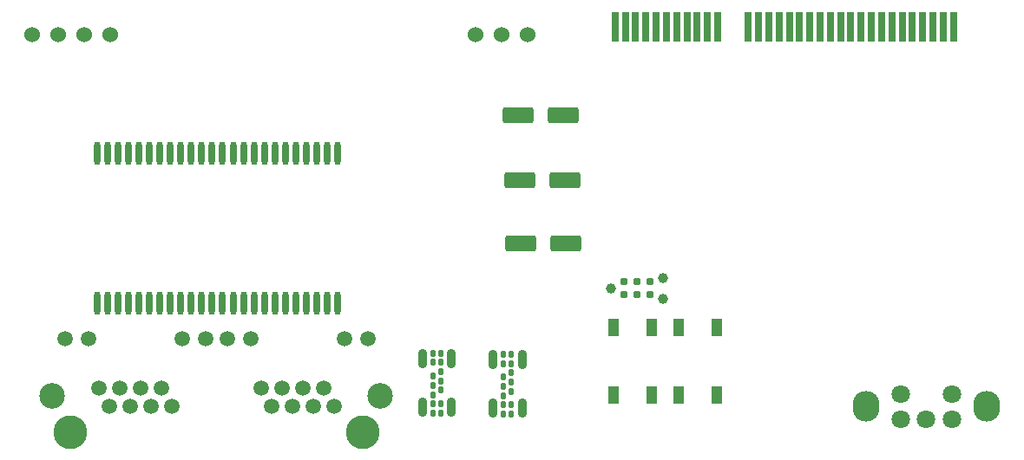
<source format=gbr>
%TF.GenerationSoftware,KiCad,Pcbnew,8.0.1*%
%TF.CreationDate,2024-05-07T15:17:13+02:00*%
%TF.ProjectId,WCH-Eth-Base,5743482d-4574-4682-9d42-6173652e6b69,rev?*%
%TF.SameCoordinates,Original*%
%TF.FileFunction,Soldermask,Top*%
%TF.FilePolarity,Negative*%
%FSLAX46Y46*%
G04 Gerber Fmt 4.6, Leading zero omitted, Abs format (unit mm)*
G04 Created by KiCad (PCBNEW 8.0.1) date 2024-05-07 15:17:13*
%MOMM*%
%LPD*%
G01*
G04 APERTURE LIST*
G04 Aperture macros list*
%AMRoundRect*
0 Rectangle with rounded corners*
0 $1 Rounding radius*
0 $2 $3 $4 $5 $6 $7 $8 $9 X,Y pos of 4 corners*
0 Add a 4 corners polygon primitive as box body*
4,1,4,$2,$3,$4,$5,$6,$7,$8,$9,$2,$3,0*
0 Add four circle primitives for the rounded corners*
1,1,$1+$1,$2,$3*
1,1,$1+$1,$4,$5*
1,1,$1+$1,$6,$7*
1,1,$1+$1,$8,$9*
0 Add four rect primitives between the rounded corners*
20,1,$1+$1,$2,$3,$4,$5,0*
20,1,$1+$1,$4,$5,$6,$7,0*
20,1,$1+$1,$6,$7,$8,$9,0*
20,1,$1+$1,$8,$9,$2,$3,0*%
G04 Aperture macros list end*
%ADD10R,1.000000X1.700000*%
%ADD11C,3.300000*%
%ADD12C,1.520000*%
%ADD13C,2.500000*%
%ADD14O,0.550000X0.700000*%
%ADD15O,0.900000X1.900000*%
%ADD16O,0.640000X2.300000*%
%ADD17C,0.990600*%
%ADD18C,0.787400*%
%ADD19RoundRect,0.250000X-1.250000X-0.550000X1.250000X-0.550000X1.250000X0.550000X-1.250000X0.550000X0*%
%ADD20O,2.600000X3.000000*%
%ADD21C,1.800000*%
%ADD22R,0.700000X3.000000*%
%ADD23C,1.524000*%
G04 APERTURE END LIST*
D10*
%TO.C,SW1*%
X59770400Y6402800D03*
X59770400Y13002800D03*
X63470400Y6402800D03*
X63470400Y13002800D03*
%TD*%
D11*
%TO.C,RJ1*%
X6755800Y2752800D03*
X35255800Y2752800D03*
D12*
X16675800Y5292800D03*
X15655800Y7082800D03*
X14635800Y5292800D03*
X13615800Y7082800D03*
X12595800Y5292800D03*
X11575800Y7082800D03*
X10555800Y5292800D03*
X9535800Y7082800D03*
X19965800Y11892800D03*
X17675800Y11892800D03*
X8535800Y11892800D03*
X6245800Y11892800D03*
X32475800Y5292800D03*
X31455800Y7082800D03*
X30435800Y5292800D03*
X29415800Y7082800D03*
X28395800Y5292800D03*
X27375800Y7082800D03*
X26355800Y5292800D03*
X25335800Y7082800D03*
X35765800Y11892800D03*
X33475800Y11892800D03*
X24335800Y11892800D03*
X22045800Y11892800D03*
D13*
X5005800Y6322800D03*
X37005800Y6322800D03*
%TD*%
D14*
%TO.C,J4*%
X49034000Y4510800D03*
X49034000Y5410800D03*
X49034000Y6320800D03*
X49034000Y7220800D03*
X49034000Y8120800D03*
X49034000Y9470800D03*
X49034000Y10370800D03*
X49784000Y10370800D03*
X49784000Y9470800D03*
X49784000Y8570800D03*
X49784000Y7670800D03*
X49784000Y6760800D03*
X49784000Y5410800D03*
X49784000Y4510800D03*
D15*
X50834000Y9870800D03*
X50834000Y5070800D03*
X47974000Y9870800D03*
X47974000Y5070800D03*
%TD*%
D16*
%TO.C,L2*%
X32827400Y29992400D03*
X31807400Y29992400D03*
X30787400Y29992400D03*
X29767400Y29992400D03*
X28747400Y29992400D03*
X27727400Y29992400D03*
X26707400Y29992400D03*
X25687400Y29992400D03*
X24667400Y29992400D03*
X23647400Y29992400D03*
X22627400Y29992400D03*
X21607400Y29992400D03*
X20587400Y29992400D03*
X19567400Y29992400D03*
X18547400Y29992400D03*
X17527400Y29992400D03*
X16507400Y29992400D03*
X15487400Y29992400D03*
X14467400Y29992400D03*
X13447400Y29992400D03*
X12427400Y29992400D03*
X11407400Y29992400D03*
X10387400Y29992400D03*
X9367400Y29992400D03*
X9367400Y15392400D03*
X10387400Y15392400D03*
X11407400Y15392400D03*
X12427400Y15392400D03*
X13447400Y15392400D03*
X14467400Y15392400D03*
X15487400Y15392400D03*
X16507400Y15392400D03*
X17527400Y15392400D03*
X18547400Y15392400D03*
X19567400Y15392400D03*
X20587400Y15392400D03*
X21607400Y15392400D03*
X22627400Y15392400D03*
X23647400Y15392400D03*
X24667400Y15392400D03*
X25687400Y15392400D03*
X26707400Y15392400D03*
X27727400Y15392400D03*
X28747400Y15392400D03*
X29767400Y15392400D03*
X30787400Y15392400D03*
X31807400Y15392400D03*
X32827400Y15392400D03*
%TD*%
D17*
%TO.C,J6*%
X59486800Y16814800D03*
X64566800Y17830800D03*
X64566800Y15798800D03*
D18*
X60756800Y16179800D03*
X60756800Y17449800D03*
X62026800Y16179800D03*
X62026800Y17449800D03*
X63296800Y16179800D03*
X63296800Y17449800D03*
%TD*%
D14*
%TO.C,J5*%
X42150600Y4601400D03*
X42150600Y5501400D03*
X42150600Y6411400D03*
X42150600Y7311400D03*
X42150600Y8211400D03*
X42150600Y9561400D03*
X42150600Y10461400D03*
X42900600Y10461400D03*
X42900600Y9561400D03*
X42900600Y8661400D03*
X42900600Y7761400D03*
X42900600Y6851400D03*
X42900600Y5501400D03*
X42900600Y4601400D03*
D15*
X43950600Y9961400D03*
X43950600Y5161400D03*
X41090600Y9961400D03*
X41090600Y5161400D03*
%TD*%
D19*
%TO.C,C18*%
X50718000Y21183600D03*
X55118000Y21183600D03*
%TD*%
D20*
%TO.C,SW3*%
X96121600Y5258000D03*
X84421600Y5258000D03*
D21*
X87771600Y4008000D03*
X92771600Y4008000D03*
X90271600Y4008000D03*
X87771600Y6508000D03*
X92771600Y6508000D03*
%TD*%
D22*
%TO.C,J1*%
X59906600Y42400000D03*
X60906600Y42400000D03*
X61906600Y42400000D03*
X62906600Y42400000D03*
X63906600Y42400000D03*
X64906600Y42400000D03*
X65906600Y42400000D03*
X66906600Y42400000D03*
X67906600Y42400000D03*
X68906600Y42400000D03*
X69906600Y42400000D03*
X72906600Y42400000D03*
X73906600Y42400000D03*
X74906600Y42400000D03*
X75906600Y42400000D03*
X76906600Y42400000D03*
X77906600Y42400000D03*
X78906600Y42400000D03*
X79906600Y42400000D03*
X80906600Y42400000D03*
X81906600Y42400000D03*
X82906600Y42400000D03*
X83906600Y42400000D03*
X84906600Y42400000D03*
X85906600Y42400000D03*
X86906600Y42400000D03*
X87906600Y42400000D03*
X88906600Y42400000D03*
X89906600Y42400000D03*
X90906600Y42400000D03*
X91906600Y42400000D03*
X92906600Y42400000D03*
%TD*%
D23*
%TO.C,U4*%
X3033400Y41630600D03*
X5573400Y41630600D03*
X8113400Y41630600D03*
X10653400Y41630600D03*
X46253400Y41630600D03*
X48793400Y41630600D03*
X51333400Y41630600D03*
%TD*%
D10*
%TO.C,SW2*%
X66120400Y6402800D03*
X66120400Y13002800D03*
X69820400Y6402800D03*
X69820400Y13002800D03*
%TD*%
D19*
%TO.C,C19*%
X50473800Y33705800D03*
X54873800Y33705800D03*
%TD*%
%TO.C,C15*%
X50641800Y27381200D03*
X55041800Y27381200D03*
%TD*%
M02*

</source>
